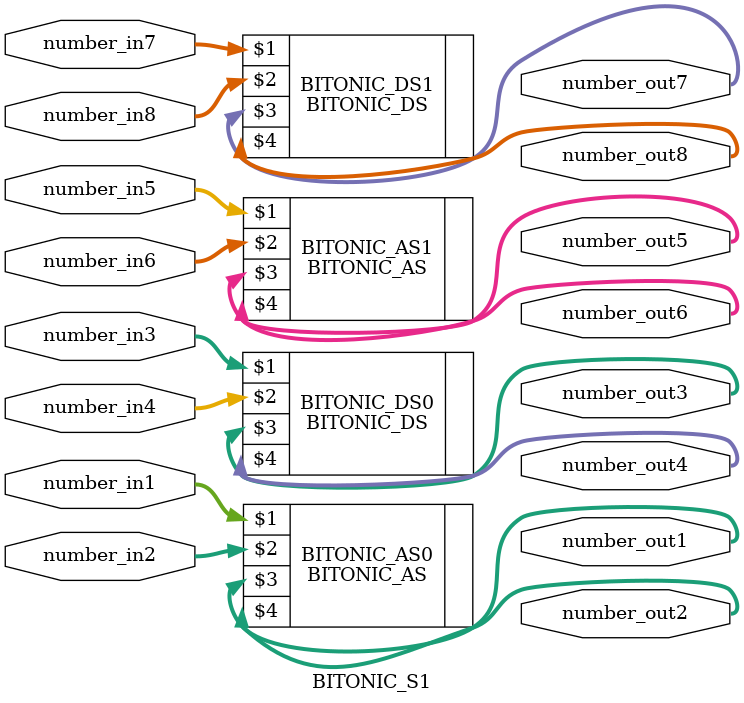
<source format=v>
module BITONIC_S1(  number_in1, number_in2, number_in3, number_in4,
                    number_in5, number_in6, number_in7, number_in8,
                    number_out1, number_out2, number_out3, number_out4,
                    number_out5, number_out6, number_out7, number_out8);

input  [7:0] number_in1;
input  [7:0] number_in2;
input  [7:0] number_in3;
input  [7:0] number_in4;
input  [7:0] number_in5;
input  [7:0] number_in6;
input  [7:0] number_in7;
input  [7:0] number_in8;

output  [7:0] number_out1;
output  [7:0] number_out2;
output  [7:0] number_out3;
output  [7:0] number_out4;
output  [7:0] number_out5;
output  [7:0] number_out6;
output  [7:0] number_out7;
output  [7:0] number_out8;

BITONIC_AS BITONIC_AS0(number_in1, number_in2, number_out1, number_out2);
BITONIC_AS BITONIC_AS1(number_in5, number_in6, number_out5, number_out6);

BITONIC_DS BITONIC_DS0(number_in3, number_in4, number_out3, number_out4);
BITONIC_DS BITONIC_DS1(number_in7, number_in8, number_out7, number_out8);

endmodule
</source>
